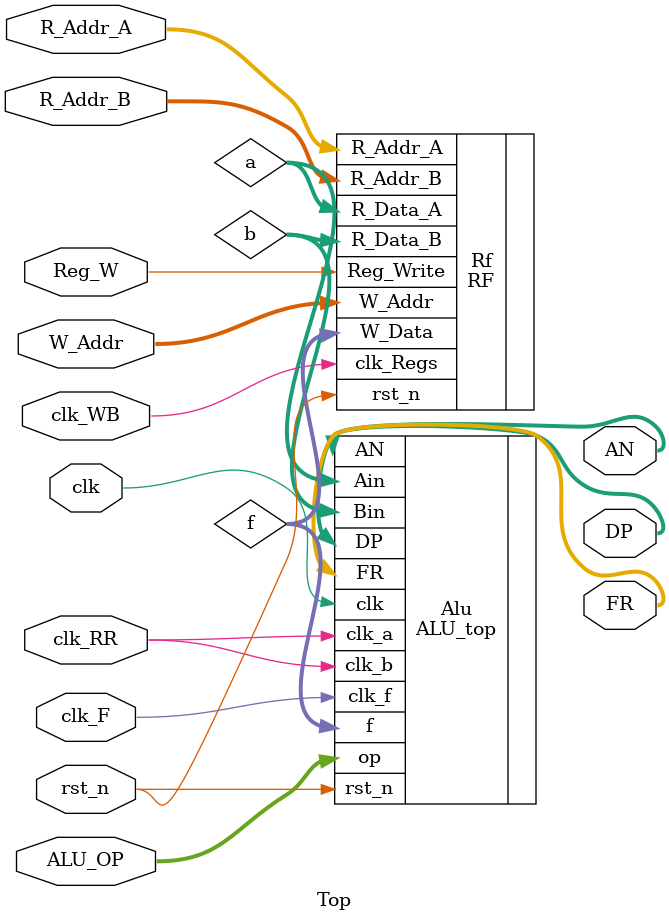
<source format=v>
`timescale 1ns / 1ps


module Top(
    input rst_n,clk_RR,clk_F,clk_WB,clk,Reg_W,
    input [3:0] ALU_OP,
    input [4:0] R_Addr_A, R_Addr_B, W_Addr,
    output [3:0] FR,
    output [7:0] AN,DP
    );

    wire [31:0] a,b,f;
    RF Rf(.Reg_Write(Reg_W), .clk_Regs(clk_WB), .rst_n(rst_n), .R_Addr_A(R_Addr_A), .R_Addr_B(R_Addr_B), .W_Addr(W_Addr), .W_Data(f), .R_Data_A(a), .R_Data_B(b));
    ALU_top Alu(.rst_n(rst_n),.clk_a(clk_RR),.clk_b(clk_RR),.clk_f(clk_F),.clk(clk),.op(ALU_OP), .Ain(a),.Bin(b),.AN(AN),.DP(DP),.f(f),.FR(FR));
endmodule

</source>
